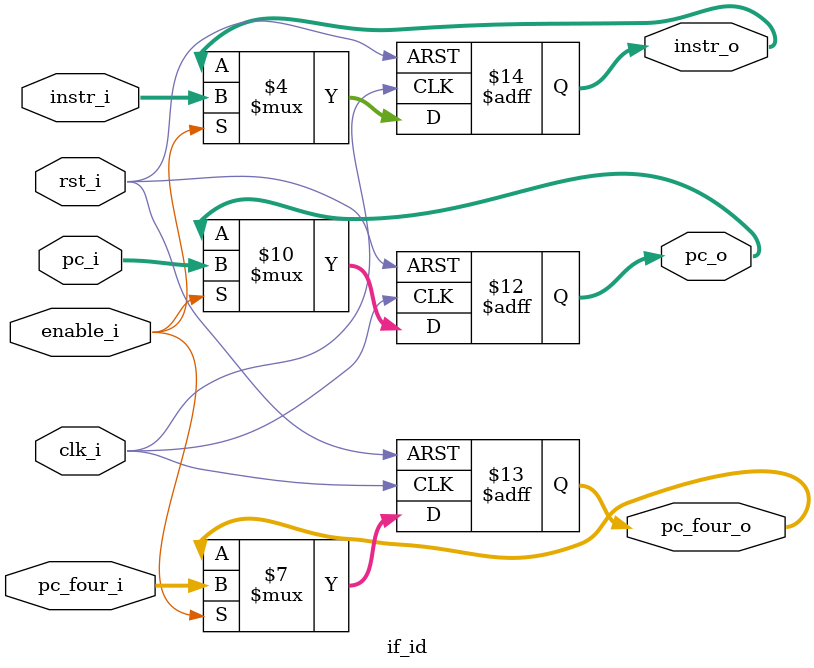
<source format=sv>
module if_id(
	input logic clk_i,
	input logic enable_i,
    input logic rst_i,

	input logic [31:0] pc_i,
    input logic [31:0]	pc_four_i,
	input logic [31:0] instr_i,
    
	output logic [31:0] pc_o,
    output logic [31:0]	pc_four_o,
	output logic [31:0] instr_o
);

always_ff @(posedge clk_i or negedge rst_i)  begin
	if(!rst_i) begin
		pc_o        <= 32'b0;
        pc_four_o	<= 32'b0;
		instr_o     <= 32'b0;
	end else if(enable_i) begin
		pc_o        <= pc_i;
        pc_four_o	<= pc_four_i;
		instr_o     <= instr_i;
    end else begin
        pc_o        <= pc_o;
        pc_four_o	<= pc_four_o;
		instr_o     <= instr_o;
    end
end

endmodule


</source>
